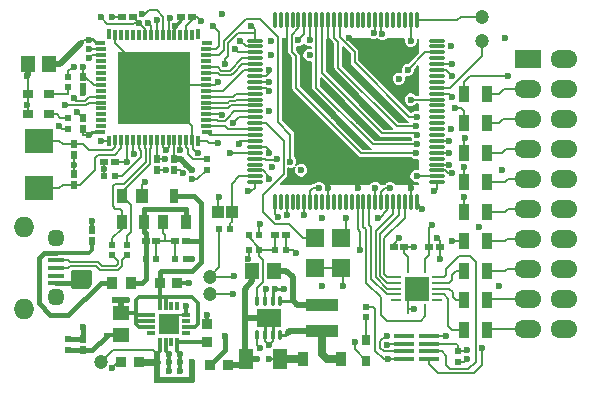
<source format=gtl>
G04 #@! TF.FileFunction,Copper,L1,Top,Signal*
%FSLAX46Y46*%
G04 Gerber Fmt 4.6, Leading zero omitted, Abs format (unit mm)*
G04 Created by KiCad (PCBNEW (after 2015-mar-04 BZR unknown)-product) date Thu 09 Apr 2015 03:29:38 PM EDT*
%MOMM*%
G01*
G04 APERTURE LIST*
%ADD10C,0.100000*%
%ADD11R,0.600000X0.650000*%
%ADD12O,0.300000X1.500000*%
%ADD13O,1.500000X0.300000*%
%ADD14R,0.800000X0.300000*%
%ADD15R,0.300000X0.800000*%
%ADD16R,1.800000X1.800000*%
%ADD17R,0.850000X0.280000*%
%ADD18R,0.280000X0.850000*%
%ADD19R,2.050000X2.050000*%
%ADD20R,0.300000X0.900000*%
%ADD21R,0.900000X0.300000*%
%ADD22R,6.150000X6.150000*%
%ADD23C,0.800000*%
%ADD24R,1.000000X1.000000*%
%ADD25O,0.300000X0.850000*%
%ADD26R,2.100000X1.600000*%
%ADD27R,0.900000X0.950000*%
%ADD28R,2.286000X1.524000*%
%ADD29O,2.286000X1.524000*%
%ADD30R,2.400000X2.000000*%
%ADD31R,0.899160X0.800100*%
%ADD32R,1.100000X1.300000*%
%ADD33R,0.900000X1.300000*%
%ADD34R,0.950000X1.000000*%
%ADD35R,1.350000X0.400000*%
%ADD36O,1.750000X1.750000*%
%ADD37O,1.450000X1.450000*%
%ADD38R,0.800000X1.300000*%
%ADD39R,1.600000X1.500000*%
%ADD40R,1.200000X1.800000*%
%ADD41R,0.900000X1.200000*%
%ADD42R,2.700000X1.000000*%
%ADD43R,1.727000X0.457000*%
%ADD44R,0.950000X1.450000*%
%ADD45R,0.600000X0.600000*%
%ADD46R,0.650000X0.600000*%
%ADD47R,1.450000X1.150000*%
%ADD48R,1.150000X1.450000*%
%ADD49R,0.800100X0.899160*%
%ADD50R,0.950000X0.900000*%
%ADD51C,1.200000*%
%ADD52C,0.600000*%
%ADD53C,0.400000*%
%ADD54C,0.200000*%
%ADD55C,0.300000*%
%ADD56C,0.250000*%
%ADD57C,0.500000*%
%ADD58C,0.600000*%
%ADD59C,0.180000*%
%ADD60C,0.700000*%
%ADD61C,0.254000*%
G04 APERTURE END LIST*
D10*
D11*
X112500000Y-101050000D03*
X112500000Y-101950000D03*
D12*
X122500000Y-104700000D03*
X123000000Y-104700000D03*
X123500000Y-104700000D03*
X124000000Y-104700000D03*
X124500000Y-104700000D03*
X125000000Y-104700000D03*
X125500000Y-104700000D03*
X126000000Y-104700000D03*
X126500000Y-104700000D03*
X127000000Y-104700000D03*
X127500000Y-104700000D03*
X128000000Y-104700000D03*
X128500000Y-104700000D03*
X129000000Y-104700000D03*
X129500000Y-104700000D03*
X130000000Y-104700000D03*
X130500000Y-104700000D03*
X131000000Y-104700000D03*
X131500000Y-104700000D03*
X132000000Y-104700000D03*
X132500000Y-104700000D03*
X133000000Y-104700000D03*
X133500000Y-104700000D03*
X134000000Y-104700000D03*
X134500000Y-104700000D03*
D13*
X136200000Y-103000000D03*
X136200000Y-102500000D03*
X136200000Y-102000000D03*
X136200000Y-101500000D03*
X136200000Y-101000000D03*
X136200000Y-100500000D03*
X136200000Y-100000000D03*
X136200000Y-99500000D03*
X136200000Y-99000000D03*
X136200000Y-98500000D03*
X136200000Y-98000000D03*
X136200000Y-97500000D03*
X136200000Y-97000000D03*
X136200000Y-96500000D03*
X136200000Y-96000000D03*
X136200000Y-95500000D03*
X136200000Y-95000000D03*
X136200000Y-94500000D03*
X136200000Y-94000000D03*
X136200000Y-93500000D03*
X136200000Y-93000000D03*
X136200000Y-92500000D03*
X136200000Y-92000000D03*
X136200000Y-91500000D03*
X136200000Y-91000000D03*
D12*
X134500000Y-89300000D03*
X134000000Y-89300000D03*
X133500000Y-89300000D03*
X133000000Y-89300000D03*
X132500000Y-89300000D03*
X132000000Y-89300000D03*
X131500000Y-89300000D03*
X131000000Y-89300000D03*
X130500000Y-89300000D03*
X130000000Y-89300000D03*
X129500000Y-89300000D03*
X129000000Y-89300000D03*
X128500000Y-89300000D03*
X128000000Y-89300000D03*
X127500000Y-89300000D03*
X127000000Y-89300000D03*
X126500000Y-89300000D03*
X126000000Y-89300000D03*
X125500000Y-89300000D03*
X125000000Y-89300000D03*
X124500000Y-89300000D03*
X124000000Y-89300000D03*
X123500000Y-89300000D03*
X123000000Y-89300000D03*
X122500000Y-89300000D03*
D13*
X120800000Y-91000000D03*
X120800000Y-91500000D03*
X120800000Y-92000000D03*
X120800000Y-92500000D03*
X120800000Y-93000000D03*
X120800000Y-93500000D03*
X120800000Y-94000000D03*
X120800000Y-94500000D03*
X120800000Y-95000000D03*
X120800000Y-95500000D03*
X120800000Y-96000000D03*
X120800000Y-96500000D03*
X120800000Y-97000000D03*
X120800000Y-97500000D03*
X120800000Y-98000000D03*
X120800000Y-98500000D03*
X120800000Y-99000000D03*
X120800000Y-99500000D03*
X120800000Y-100000000D03*
X120800000Y-100500000D03*
X120800000Y-101000000D03*
X120800000Y-101500000D03*
X120800000Y-102000000D03*
X120800000Y-102500000D03*
X120800000Y-103000000D03*
D14*
X112000000Y-114250000D03*
X112000000Y-114750000D03*
X112000000Y-115250000D03*
X112000000Y-115750000D03*
D15*
X112750000Y-116500000D03*
X113250000Y-116500000D03*
X113750000Y-116500000D03*
X114250000Y-116500000D03*
D14*
X115000000Y-115750000D03*
X115000000Y-115250000D03*
X115000000Y-114750000D03*
X115000000Y-114250000D03*
D15*
X114250000Y-113500000D03*
X113750000Y-113500000D03*
X113250000Y-113500000D03*
X112750000Y-113500000D03*
D16*
X113500000Y-115000000D03*
D17*
X132775000Y-111000000D03*
X132775000Y-111500000D03*
X132775000Y-112000000D03*
X132775000Y-112500000D03*
X132775000Y-113000000D03*
X136225000Y-113000000D03*
X136225000Y-112500000D03*
X136225000Y-112000000D03*
X136225000Y-111500000D03*
X136225000Y-111000000D03*
D18*
X133750000Y-113725000D03*
X135250000Y-113725000D03*
X135250000Y-110275000D03*
X133750000Y-110275000D03*
D19*
X134500000Y-112000000D03*
D20*
X108500000Y-99540000D03*
X109000000Y-99450000D03*
X109500000Y-99450000D03*
X110000000Y-99450000D03*
X110500000Y-99450000D03*
X111000000Y-99450000D03*
X111500000Y-99450000D03*
X112000000Y-99450000D03*
X112500000Y-99450000D03*
X113000000Y-99450000D03*
X113500000Y-99450000D03*
X114000000Y-99450000D03*
X114500000Y-99450000D03*
X115000000Y-99450000D03*
X115500000Y-99450000D03*
X116000000Y-99540000D03*
D21*
X116790000Y-98750000D03*
X116700000Y-98250000D03*
X116700000Y-97750000D03*
X116700000Y-97250000D03*
X116700000Y-96750000D03*
X116700000Y-96250000D03*
X116700000Y-95750000D03*
X116700000Y-95250000D03*
X116700000Y-94750000D03*
X116700000Y-94250000D03*
X116700000Y-93750000D03*
X116700000Y-93250000D03*
X116700000Y-92750000D03*
X116700000Y-92250000D03*
X116700000Y-91750000D03*
X116790000Y-91250000D03*
D20*
X116000000Y-90460000D03*
X115500000Y-90550000D03*
X115000000Y-90550000D03*
X114500000Y-90550000D03*
X114000000Y-90550000D03*
X113500000Y-90550000D03*
X113000000Y-90550000D03*
X112500000Y-90550000D03*
X112000000Y-90550000D03*
X111500000Y-90550000D03*
X111000000Y-90550000D03*
X110500000Y-90550000D03*
X110000000Y-90550000D03*
X109500000Y-90550000D03*
X109000000Y-90550000D03*
X108500000Y-90460000D03*
D21*
X107710000Y-91250000D03*
X107800000Y-91750000D03*
X107800000Y-92250000D03*
X107800000Y-92750000D03*
X107800000Y-93250000D03*
X107800000Y-93750000D03*
X107800000Y-94250000D03*
X107800000Y-94750000D03*
X107800000Y-95250000D03*
X107800000Y-95750000D03*
X107800000Y-96250000D03*
X107800000Y-96750000D03*
X107800000Y-97250000D03*
X107800000Y-97750000D03*
X107800000Y-98250000D03*
X107710000Y-98750000D03*
D22*
X112250000Y-95000000D03*
D23*
X110750000Y-96500000D03*
X110750000Y-93500000D03*
X113750000Y-93500000D03*
X113750000Y-96500000D03*
D24*
X118850000Y-105500000D03*
X117650000Y-105500000D03*
D25*
X122975000Y-113050000D03*
X122325000Y-113050000D03*
X121675000Y-113050000D03*
X121025000Y-113050000D03*
X121025000Y-115950000D03*
X121675000Y-115950000D03*
X122325000Y-115950000D03*
X122975000Y-115950000D03*
D26*
X122000000Y-114500000D03*
D27*
X117000000Y-118500000D03*
X118500000Y-118500000D03*
D28*
X143976000Y-92570000D03*
D29*
X143976000Y-95110000D03*
X143976000Y-97650000D03*
X143976000Y-100190000D03*
X143976000Y-102730000D03*
X143976000Y-105270000D03*
X143976000Y-107810000D03*
X143976000Y-110350000D03*
X143976000Y-112890000D03*
X143976000Y-115430000D03*
X147024000Y-92570000D03*
X147024000Y-95110000D03*
X147024000Y-97650000D03*
X147024000Y-100190000D03*
X147024000Y-102730000D03*
X147024000Y-105270000D03*
X147024000Y-107810000D03*
X147024000Y-110350000D03*
X147024000Y-112890000D03*
X147024000Y-115430000D03*
D30*
X102500000Y-99500000D03*
X102500000Y-103500000D03*
D31*
X101600840Y-95500000D03*
X103399160Y-95500000D03*
X101600840Y-97250000D03*
X103399160Y-97250000D03*
D32*
X111250000Y-104150000D03*
D33*
X109550000Y-104150000D03*
X109550000Y-106350000D03*
X111450000Y-106350000D03*
D34*
X108700000Y-111500000D03*
X110300000Y-111500000D03*
D35*
X104000000Y-108950000D03*
X104000000Y-109600000D03*
X104000000Y-110250000D03*
X104000000Y-110900000D03*
X104000000Y-111550000D03*
D36*
X101300000Y-106750000D03*
X101300000Y-113750000D03*
D37*
X104000000Y-107750000D03*
X104000000Y-112750000D03*
D33*
X113050000Y-106350000D03*
X114950000Y-106350000D03*
D38*
X114000000Y-104150000D03*
D39*
X128100000Y-110270000D03*
X128100000Y-107730000D03*
X125900000Y-107730000D03*
X125900000Y-110270000D03*
D40*
X122950000Y-118000000D03*
X120050000Y-118000000D03*
D41*
X124900000Y-118000000D03*
X128100000Y-118000000D03*
D42*
X126500000Y-115600000D03*
X126500000Y-113400000D03*
D43*
X135554000Y-117975000D03*
X135554000Y-117325000D03*
X135554000Y-116675000D03*
X135554000Y-116025000D03*
X133446000Y-116025000D03*
X133446000Y-116675000D03*
X133446000Y-117325000D03*
X133446000Y-117975000D03*
D44*
X140500000Y-95500000D03*
X138500000Y-95500000D03*
X140500000Y-98000000D03*
X138500000Y-98000000D03*
X140500000Y-100500000D03*
X138500000Y-100500000D03*
X140500000Y-103000000D03*
X138500000Y-103000000D03*
X140500000Y-105500000D03*
X138500000Y-105500000D03*
X140500000Y-108000000D03*
X138500000Y-108000000D03*
X140500000Y-110500000D03*
X138500000Y-110500000D03*
X140500000Y-113000000D03*
X138500000Y-113000000D03*
X140500000Y-115500000D03*
X138500000Y-115500000D03*
D45*
X105000000Y-94050000D03*
X105000000Y-94950000D03*
X105000000Y-98450000D03*
X105000000Y-97550000D03*
D46*
X110450000Y-89000000D03*
X109550000Y-89000000D03*
X114550000Y-89000000D03*
X115450000Y-89000000D03*
D11*
X106250000Y-94050000D03*
X106250000Y-94950000D03*
X106250000Y-98450000D03*
X106250000Y-97550000D03*
X114000000Y-101050000D03*
X114000000Y-101950000D03*
D27*
X111000000Y-118250000D03*
X109500000Y-118250000D03*
D45*
X120300000Y-107500000D03*
X121200000Y-107500000D03*
D11*
X105500000Y-99800000D03*
X105500000Y-100700000D03*
X105500000Y-103200000D03*
X105500000Y-102300000D03*
D46*
X108950000Y-101250000D03*
X108050000Y-101250000D03*
D45*
X108950000Y-102500000D03*
X108050000Y-102500000D03*
X116750000Y-101050000D03*
X116750000Y-101950000D03*
D11*
X106250000Y-116300000D03*
X106250000Y-117200000D03*
X107000000Y-107950000D03*
X107000000Y-107050000D03*
D45*
X108750000Y-108300000D03*
X108750000Y-109200000D03*
X110000000Y-108300000D03*
X110000000Y-109200000D03*
X105000000Y-116300000D03*
X105000000Y-117200000D03*
D47*
X109500000Y-114100000D03*
X109500000Y-115900000D03*
D48*
X103400000Y-93000000D03*
X101600000Y-93000000D03*
D46*
X111550000Y-108000000D03*
X112450000Y-108000000D03*
D45*
X111550000Y-109500000D03*
X112450000Y-109500000D03*
D46*
X114950000Y-108000000D03*
X114050000Y-108000000D03*
D45*
X114050000Y-109500000D03*
X114950000Y-109500000D03*
D46*
X133450000Y-108500000D03*
X132550000Y-108500000D03*
X135550000Y-108500000D03*
X136450000Y-108500000D03*
D45*
X123450000Y-108750000D03*
X122550000Y-108750000D03*
X121200000Y-108750000D03*
X120300000Y-108750000D03*
D48*
X122400000Y-110500000D03*
X120600000Y-110500000D03*
D45*
X138000000Y-118200000D03*
X138000000Y-117300000D03*
D49*
X130250000Y-118149160D03*
X130250000Y-116350840D03*
D45*
X130250000Y-113550000D03*
X130250000Y-114450000D03*
D27*
X112750000Y-111500000D03*
X114250000Y-111500000D03*
D46*
X123450000Y-107500000D03*
X122550000Y-107500000D03*
D50*
X116750000Y-116500000D03*
X116750000Y-115000000D03*
D51*
X140000000Y-89000000D03*
X140000000Y-91000000D03*
D45*
X117800000Y-107000000D03*
X118700000Y-107000000D03*
D51*
X107750000Y-118250000D03*
X117000000Y-111000000D03*
X117000000Y-112500000D03*
D52*
X122510003Y-112020019D03*
X123250000Y-112020019D03*
X110000000Y-113000000D03*
X109000000Y-113000000D03*
X117689990Y-94500000D03*
X127800000Y-95900000D03*
X125400000Y-97000000D03*
X131600000Y-97900000D03*
X129200000Y-93700000D03*
X126750000Y-102000000D03*
X127500000Y-97400000D03*
X128300000Y-94600000D03*
X132200000Y-96700000D03*
X129600000Y-97800000D03*
X122600000Y-114900000D03*
X122600000Y-114100000D03*
X121400000Y-114900000D03*
X121400000Y-114100000D03*
X114000000Y-115500000D03*
X113000000Y-115500000D03*
X114000000Y-114500000D03*
X113000000Y-114500000D03*
X120250000Y-109500002D03*
X131250000Y-106000000D03*
X134000000Y-103500000D03*
X135000000Y-105250000D03*
X137250000Y-101500000D03*
X128810020Y-90750000D03*
X127287506Y-92250000D03*
X123379989Y-91000000D03*
X122189990Y-91000000D03*
X122010010Y-93500000D03*
X122010010Y-97000000D03*
X118739998Y-100500000D03*
X137500000Y-95750000D03*
X127000000Y-103500000D03*
X129500000Y-103489990D03*
X137410010Y-91500000D03*
X123500000Y-105750000D03*
X126500000Y-106000000D03*
X128500000Y-106000000D03*
X137410026Y-98500000D03*
X116250000Y-89310010D03*
X107750000Y-99500000D03*
X110560010Y-100570233D03*
X114500000Y-96500000D03*
X115250000Y-111500000D03*
X108250000Y-116000010D03*
X108750000Y-118750000D03*
X115500000Y-109500000D03*
X105750000Y-111500000D03*
X105750000Y-110750000D03*
X106500000Y-111500000D03*
X106500000Y-110750000D03*
X108000000Y-101900000D03*
X116750000Y-114250000D03*
X115000000Y-113500000D03*
X107000000Y-106250000D03*
X106228782Y-95479231D03*
X105734764Y-97022280D03*
X105500000Y-101500000D03*
X108750000Y-89000000D03*
X106750000Y-92510005D03*
X101500000Y-94000000D03*
X101500000Y-96500000D03*
X132000000Y-115989997D03*
X133000000Y-107750000D03*
X136250000Y-107750000D03*
X136500000Y-109500000D03*
X134250000Y-113750000D03*
X134500000Y-112000000D03*
X117750000Y-104250000D03*
X133000000Y-95250000D03*
X111500000Y-103000000D03*
X122000000Y-116750000D03*
X120000000Y-113000000D03*
X120000000Y-113750000D03*
X120000000Y-114500000D03*
X120000000Y-115250000D03*
X120000000Y-116000000D03*
X120000000Y-116750000D03*
X121000000Y-118000000D03*
X139750000Y-106750000D03*
X141750000Y-102000000D03*
X129250000Y-116500000D03*
X126500000Y-111750000D03*
X122250000Y-101750000D03*
X138750000Y-117239997D03*
X130810020Y-101750000D03*
X114499111Y-100250444D03*
X113250132Y-100240065D03*
X116000000Y-100500000D03*
X113250000Y-102000000D03*
X114747947Y-102252053D03*
X115500000Y-102760003D03*
X137250000Y-100500000D03*
X132250000Y-103500000D03*
X136000000Y-103750000D03*
X137500000Y-93000000D03*
X131613316Y-90439991D03*
X125439990Y-92250000D03*
X122189990Y-92250000D03*
X122000444Y-94500889D03*
X122007963Y-100549926D03*
X121999556Y-102749111D03*
X124939990Y-105750000D03*
X124750000Y-102000000D03*
X111000000Y-89500000D03*
X110000000Y-101250000D03*
X117250000Y-89750000D03*
X112500000Y-117500000D03*
X112500000Y-118250000D03*
X112500000Y-119000000D03*
X115500000Y-118260010D03*
X115500000Y-119000000D03*
X106750000Y-91750002D03*
X134250000Y-108500000D03*
X107750000Y-89000000D03*
X133000000Y-94250000D03*
X106258319Y-93250554D03*
X128250000Y-111750000D03*
X118000000Y-97289980D03*
X113239998Y-101000000D03*
X112500000Y-119750000D03*
X115500000Y-119750000D03*
X106250000Y-115250000D03*
X106750000Y-99000000D03*
X114060005Y-89742922D03*
X106750000Y-90989987D03*
X115500000Y-102000000D03*
X134499210Y-99035805D03*
X138500000Y-101750000D03*
X134500000Y-97500000D03*
X137750000Y-96750000D03*
X134491773Y-98264782D03*
X138565776Y-99248084D03*
X137500000Y-108000000D03*
X134439980Y-100555807D03*
X121250000Y-117000000D03*
X122764130Y-105939996D03*
X122000000Y-118000000D03*
X132056868Y-117975000D03*
X137000000Y-116000000D03*
X124250000Y-109000000D03*
X105500000Y-95900000D03*
X105500000Y-93200000D03*
X104250000Y-98250000D03*
X104750000Y-96500000D03*
X131000000Y-103500000D03*
X137500000Y-94000000D03*
X125439990Y-90928005D03*
X114500000Y-117500000D03*
X114500000Y-118250000D03*
X114500000Y-119000000D03*
X119000000Y-112500000D03*
X119500000Y-99750000D03*
X137250000Y-99500000D03*
X130854566Y-90396396D03*
X121999994Y-95260890D03*
X126239997Y-103500000D03*
X113500000Y-117500000D03*
X113500000Y-118250000D03*
X113500000Y-119000000D03*
X119031245Y-110968755D03*
X118239980Y-115997386D03*
X121250000Y-106500000D03*
X121750000Y-112020019D03*
X117672568Y-99672568D03*
X118966042Y-97964506D03*
X123810020Y-101250000D03*
X122689990Y-101000000D03*
X119589990Y-91000000D03*
X120250000Y-103750000D03*
X120499551Y-89749102D03*
X118250000Y-93010018D03*
X119110019Y-91760022D03*
X134500000Y-102500000D03*
X134000000Y-96000000D03*
X133750000Y-93500000D03*
X134000000Y-91000000D03*
X135834502Y-106607492D03*
X137500000Y-102250000D03*
X140060010Y-117000000D03*
X142250000Y-94000000D03*
X134500050Y-99795806D03*
X138500000Y-104250000D03*
X132000000Y-116750000D03*
X129689990Y-108750000D03*
X138750000Y-118000000D03*
X113655396Y-89099575D03*
X111240115Y-88736115D03*
X118000000Y-88750000D03*
X112500000Y-89250000D03*
X111775988Y-89484015D03*
X124500000Y-90989998D03*
X142000000Y-90750000D03*
X141500000Y-111750000D03*
D53*
X111500000Y-105250000D02*
X111450000Y-105300000D01*
X111450000Y-105300000D02*
X111450000Y-106350000D01*
X114900000Y-105250000D02*
X111500000Y-105250000D01*
X114950000Y-105300000D02*
X114900000Y-105250000D01*
X114950000Y-106350000D02*
X114950000Y-105300000D01*
X111450000Y-106350000D02*
X111450000Y-107200000D01*
X111550000Y-107300000D02*
X111550000Y-108000000D01*
X111450000Y-107200000D02*
X111550000Y-107300000D01*
X111550000Y-108000000D02*
X111550000Y-109500000D01*
X111550000Y-109500000D02*
X111550000Y-111200000D01*
X111250000Y-111500000D02*
X110300000Y-111500000D01*
X111550000Y-111200000D02*
X111250000Y-111500000D01*
D54*
X112450000Y-108000000D02*
X112450000Y-109500000D01*
X114050000Y-108000000D02*
X114050000Y-109500000D01*
X113239575Y-108000000D02*
X113239575Y-107489575D01*
X112450000Y-108000000D02*
X113239575Y-108000000D01*
X113239575Y-108000000D02*
X114050000Y-108000000D01*
X113050000Y-107300000D02*
X113050000Y-106350000D01*
X113239575Y-107489575D02*
X113050000Y-107300000D01*
D55*
X112000000Y-115250000D02*
X111000000Y-115250000D01*
X111000000Y-115250000D02*
X110750000Y-115000000D01*
X110812552Y-114750000D02*
X110750000Y-114687448D01*
X112000000Y-114750000D02*
X110812552Y-114750000D01*
X110750000Y-114687448D02*
X110750000Y-114250000D01*
X110750000Y-115000000D02*
X110750000Y-114687448D01*
X110600000Y-114100000D02*
X109500000Y-114100000D01*
X110750000Y-114250000D02*
X110600000Y-114100000D01*
X112000000Y-114250000D02*
X110750000Y-114250000D01*
X112750000Y-112800000D02*
X112700000Y-112750000D01*
X112750000Y-113500000D02*
X112750000Y-112800000D01*
X110750000Y-113000000D02*
X110750000Y-114687448D01*
X111000000Y-112750000D02*
X110750000Y-113000000D01*
X113250000Y-112800000D02*
X113200000Y-112750000D01*
X113250000Y-113500000D02*
X113250000Y-112800000D01*
X113200000Y-112750000D02*
X112231295Y-112750000D01*
X112231295Y-112750000D02*
X111000000Y-112750000D01*
X112700000Y-112750000D02*
X112231295Y-112750000D01*
X112750000Y-112700000D02*
X112750000Y-111500000D01*
X112700000Y-112750000D02*
X112750000Y-112700000D01*
D53*
X112750000Y-110625000D02*
X112750000Y-111500000D01*
X112875000Y-110500000D02*
X112750000Y-110625000D01*
X115476802Y-110500000D02*
X112875000Y-110500000D01*
X116250000Y-109726802D02*
X115476802Y-110500000D01*
X115650000Y-104150000D02*
X116250000Y-104750000D01*
X114000000Y-104150000D02*
X115650000Y-104150000D01*
X116235209Y-108000000D02*
X116250000Y-107985209D01*
X114950000Y-108000000D02*
X116235209Y-108000000D01*
X116250000Y-107985209D02*
X116250000Y-109726802D01*
X116250000Y-104750000D02*
X116250000Y-107985209D01*
D56*
X122325000Y-112205022D02*
X122510003Y-112020019D01*
X122325000Y-113050000D02*
X122325000Y-112205022D01*
D55*
X115964999Y-113214999D02*
X115500000Y-112750000D01*
X115964999Y-114985001D02*
X115964999Y-113214999D01*
X115500000Y-112750000D02*
X113200000Y-112750000D01*
X115700000Y-115250000D02*
X115964999Y-114985001D01*
X115000000Y-115250000D02*
X115700000Y-115250000D01*
D56*
X122510003Y-112020019D02*
X123250000Y-112020019D01*
D57*
X109525000Y-113000000D02*
X109539405Y-113000000D01*
X109500000Y-113025000D02*
X109525000Y-113000000D01*
X109500000Y-114100000D02*
X109500000Y-113025000D01*
X109539405Y-113000000D02*
X110000000Y-113000000D01*
X109000000Y-113000000D02*
X109539405Y-113000000D01*
D54*
X116700000Y-94750000D02*
X117439990Y-94750000D01*
X117439990Y-94750000D02*
X117689990Y-94500000D01*
X122000000Y-114500000D02*
X122200000Y-114500000D01*
X122200000Y-114500000D02*
X122600000Y-114900000D01*
X122200000Y-114500000D02*
X122600000Y-114100000D01*
X122000000Y-114500000D02*
X121800000Y-114500000D01*
X121800000Y-114500000D02*
X121400000Y-114900000D01*
X121800000Y-114500000D02*
X121400000Y-114100000D01*
X115000000Y-114250000D02*
X114250000Y-114250000D01*
X114250000Y-114250000D02*
X114000000Y-114500000D01*
X114000000Y-114500000D02*
X113500000Y-115000000D01*
X113500000Y-115000000D02*
X114000000Y-115500000D01*
X113500000Y-115000000D02*
X113000000Y-115500000D01*
X113500000Y-115000000D02*
X114000000Y-114500000D01*
X113500000Y-115000000D02*
X113000000Y-114500000D01*
X120300000Y-109450002D02*
X120250000Y-109500002D01*
X120300000Y-108750000D02*
X120300000Y-109450002D01*
X131379841Y-106000000D02*
X131250000Y-106000000D01*
X132000000Y-105379841D02*
X131379841Y-106000000D01*
X132000000Y-104700000D02*
X132000000Y-105379841D01*
X134000000Y-104700000D02*
X134000000Y-103500000D01*
X134500000Y-104750000D02*
X135000000Y-105250000D01*
X134500000Y-104700000D02*
X134500000Y-104750000D01*
X136200000Y-101500000D02*
X137250000Y-101500000D01*
X127000000Y-91962494D02*
X127287506Y-92250000D01*
X127000000Y-89300000D02*
X127000000Y-91962494D01*
X123500000Y-90879989D02*
X123379989Y-91000000D01*
X123500000Y-89300000D02*
X123500000Y-90879989D01*
X120800000Y-94000000D02*
X121750000Y-94000000D01*
X122010010Y-93739990D02*
X122010010Y-93500000D01*
X121750000Y-94000000D02*
X122010010Y-93739990D01*
X120800000Y-100500000D02*
X118739998Y-100500000D01*
X136200000Y-95500000D02*
X137250000Y-95500000D01*
X137250000Y-95500000D02*
X137500000Y-95750000D01*
X127000000Y-104700000D02*
X127000000Y-103500000D01*
X129500000Y-103489990D02*
X129500000Y-103500000D01*
X123500000Y-105750000D02*
X123500000Y-104700000D01*
X115939990Y-89000000D02*
X116250000Y-89310010D01*
X115450000Y-89000000D02*
X115939990Y-89000000D01*
X115500000Y-98250000D02*
X112250000Y-95000000D01*
X115500000Y-99450000D02*
X115500000Y-98250000D01*
X107790000Y-99540000D02*
X107750000Y-99500000D01*
X108500000Y-99540000D02*
X107790000Y-99540000D01*
X110500000Y-100510223D02*
X110560010Y-100570233D01*
X110500000Y-99450000D02*
X110500000Y-100510223D01*
X114500000Y-96500000D02*
X113750000Y-96500000D01*
D55*
X114250000Y-111500000D02*
X115250000Y-111500000D01*
X109500000Y-115900000D02*
X108350010Y-115900000D01*
X108350010Y-115900000D02*
X108250000Y-116000010D01*
D54*
X109250000Y-118250000D02*
X108750000Y-118750000D01*
X109500000Y-118250000D02*
X109250000Y-118250000D01*
X114950000Y-109500000D02*
X115500000Y-109500000D01*
D53*
X105000000Y-117200000D02*
X106250000Y-117200000D01*
X107050010Y-117200000D02*
X108250000Y-116000010D01*
X106250000Y-117200000D02*
X107050010Y-117200000D01*
X105700000Y-111550000D02*
X105750000Y-111500000D01*
X104000000Y-111550000D02*
X105700000Y-111550000D01*
X105750000Y-111500000D02*
X105750000Y-110750000D01*
X105750000Y-111500000D02*
X106500000Y-111500000D01*
X106500000Y-111500000D02*
X106500000Y-110750000D01*
D54*
X108050000Y-101850000D02*
X108000000Y-101900000D01*
X108050000Y-101250000D02*
X108050000Y-101850000D01*
X108050000Y-101950000D02*
X108000000Y-101900000D01*
X108050000Y-102500000D02*
X108050000Y-101950000D01*
D56*
X121675000Y-114825000D02*
X122000000Y-114500000D01*
X121675000Y-115950000D02*
X121675000Y-114825000D01*
X122325000Y-114825000D02*
X122000000Y-114500000D01*
X122325000Y-115950000D02*
X122325000Y-114825000D01*
D57*
X119550000Y-118500000D02*
X120050000Y-118000000D01*
X118500000Y-118500000D02*
X119550000Y-118500000D01*
D55*
X116750000Y-115000000D02*
X116750000Y-114250000D01*
X115000000Y-114250000D02*
X115000000Y-113500000D01*
X107000000Y-107050000D02*
X107000000Y-106250000D01*
D54*
X106245769Y-95479231D02*
X106228782Y-95479231D01*
X106250000Y-95475000D02*
X106245769Y-95479231D01*
X106250000Y-94950000D02*
X106250000Y-95475000D01*
X106250000Y-97525000D02*
X105747280Y-97022280D01*
X106250000Y-97550000D02*
X106250000Y-97525000D01*
X105747280Y-97022280D02*
X105734764Y-97022280D01*
X105500000Y-100700000D02*
X105500000Y-101500000D01*
X105500000Y-102300000D02*
X105500000Y-101500000D01*
X109550000Y-89000000D02*
X108750000Y-89000000D01*
X107010005Y-92250000D02*
X106750000Y-92510005D01*
X107800000Y-92250000D02*
X107010005Y-92250000D01*
D57*
X101600000Y-93900000D02*
X101500000Y-94000000D01*
X101600000Y-93000000D02*
X101600000Y-93900000D01*
D54*
X101600840Y-96399160D02*
X101500000Y-96500000D01*
X101600840Y-95500000D02*
X101600840Y-96399160D01*
X101600840Y-96600840D02*
X101500000Y-96500000D01*
X101600840Y-97250000D02*
X101600840Y-96600840D01*
X101600840Y-94100840D02*
X101500000Y-94000000D01*
X101600840Y-95500000D02*
X101600840Y-94100840D01*
X115000000Y-90550000D02*
X115000000Y-89750000D01*
X115450000Y-89300000D02*
X115450000Y-89000000D01*
X115000000Y-89750000D02*
X115450000Y-89300000D01*
X131746198Y-117325000D02*
X131439999Y-117018801D01*
X133446000Y-117325000D02*
X131746198Y-117325000D01*
X131439999Y-116481199D02*
X131931201Y-115989997D01*
X131931201Y-115989997D02*
X132000000Y-115989997D01*
X131439999Y-117018801D02*
X131439999Y-116481199D01*
X132550000Y-108200000D02*
X133000000Y-107750000D01*
X132550000Y-108500000D02*
X132550000Y-108200000D01*
X136450000Y-107950000D02*
X136250000Y-107750000D01*
X136450000Y-108500000D02*
X136450000Y-107950000D01*
X136500000Y-108550000D02*
X136450000Y-108500000D01*
X136500000Y-109500000D02*
X136500000Y-108550000D01*
X134225000Y-113725000D02*
X134250000Y-113750000D01*
X133750000Y-113725000D02*
X134225000Y-113725000D01*
X133750000Y-112750000D02*
X134500000Y-112000000D01*
X133750000Y-113725000D02*
X133750000Y-112750000D01*
X128500000Y-107330000D02*
X128100000Y-107730000D01*
X128500000Y-106000000D02*
X128500000Y-107330000D01*
X117650000Y-104350000D02*
X117750000Y-104250000D01*
X117650000Y-105500000D02*
X117650000Y-104350000D01*
X112250000Y-94450000D02*
X112250000Y-95000000D01*
X109000000Y-91200000D02*
X112250000Y-94450000D01*
X109000000Y-90550000D02*
X109000000Y-91200000D01*
X111250000Y-103250000D02*
X111500000Y-103000000D01*
X111250000Y-104150000D02*
X111250000Y-103250000D01*
X121675000Y-116425000D02*
X122000000Y-116750000D01*
X121675000Y-115950000D02*
X121675000Y-116425000D01*
X122325000Y-116425000D02*
X122000000Y-116750000D01*
X122325000Y-115950000D02*
X122325000Y-116425000D01*
D57*
X120600000Y-110500000D02*
X120600000Y-111400000D01*
X120000000Y-112000000D02*
X120000000Y-113000000D01*
X120600000Y-111400000D02*
X120000000Y-112000000D01*
X120000000Y-113000000D02*
X120000000Y-113750000D01*
X120000000Y-113750000D02*
X120000000Y-114500000D01*
X120000000Y-114500000D02*
X120000000Y-115250000D01*
X120000000Y-115250000D02*
X120000000Y-116000000D01*
X120000000Y-114500000D02*
X122000000Y-114500000D01*
X120000000Y-116000000D02*
X120000000Y-116750000D01*
X120000000Y-117950000D02*
X120050000Y-118000000D01*
X120000000Y-116750000D02*
X120000000Y-117950000D01*
X120050000Y-118000000D02*
X121000000Y-118000000D01*
D54*
X129250000Y-117099630D02*
X129250000Y-116500000D01*
X130250000Y-118099630D02*
X129250000Y-117099630D01*
X130250000Y-118149160D02*
X130250000Y-118099630D01*
X112500000Y-94750000D02*
X112250000Y-95000000D01*
X116700000Y-94750000D02*
X112500000Y-94750000D01*
X137875000Y-116675000D02*
X137258446Y-116675000D01*
X138000000Y-117300000D02*
X138000000Y-116800000D01*
X138000000Y-116800000D02*
X137875000Y-116675000D01*
X137258446Y-116675000D02*
X137375000Y-116675000D01*
X135554000Y-116675000D02*
X137258446Y-116675000D01*
X138689997Y-117300000D02*
X138750000Y-117239997D01*
X138000000Y-117300000D02*
X138689997Y-117300000D01*
X114500000Y-100249555D02*
X114499111Y-100250444D01*
X114500000Y-99450000D02*
X114500000Y-100249555D01*
X113000000Y-99989933D02*
X113250132Y-100240065D01*
X113000000Y-99450000D02*
X113000000Y-99989933D01*
X113500000Y-99990197D02*
X113250132Y-100240065D01*
X113500000Y-99450000D02*
X113500000Y-99990197D01*
X115891998Y-100500000D02*
X116000000Y-100500000D01*
X115589999Y-100198001D02*
X115891998Y-100500000D01*
X115589999Y-99539999D02*
X115589999Y-100198001D01*
X115500000Y-99450000D02*
X115589999Y-99539999D01*
X113200000Y-101950000D02*
X113250000Y-102000000D01*
X112500000Y-101950000D02*
X113200000Y-101950000D01*
X114445894Y-101950000D02*
X114747947Y-102252053D01*
X114000000Y-101950000D02*
X114445894Y-101950000D01*
X116750000Y-101950000D02*
X115939997Y-102760003D01*
X115939997Y-102760003D02*
X115500000Y-102760003D01*
D57*
X112500000Y-117500000D02*
X112500000Y-119750000D01*
X115500000Y-119750000D02*
X115500000Y-118250000D01*
X115500000Y-118250000D02*
X115500000Y-118260010D01*
D54*
X137250000Y-100500000D02*
X136200000Y-100500000D01*
X131825736Y-103500000D02*
X131500000Y-103825736D01*
X131500000Y-103825736D02*
X131500000Y-104700000D01*
X132250000Y-103500000D02*
X131825736Y-103500000D01*
X136200000Y-103550000D02*
X136000000Y-103750000D01*
X136200000Y-103000000D02*
X136200000Y-103550000D01*
X137500000Y-93000000D02*
X136200000Y-93000000D01*
X131500000Y-90326675D02*
X131613316Y-90439991D01*
X131500000Y-89300000D02*
X131500000Y-90326675D01*
X125439990Y-92250000D02*
X125500000Y-92250000D01*
X120800889Y-94500889D02*
X120800000Y-94500000D01*
X122000444Y-94500889D02*
X120800889Y-94500889D01*
X122007963Y-100257963D02*
X122007963Y-100549926D01*
X121750000Y-100000000D02*
X122007963Y-100257963D01*
X120800000Y-100000000D02*
X121750000Y-100000000D01*
X125000000Y-105689990D02*
X124939990Y-105750000D01*
X125000000Y-104700000D02*
X125000000Y-105689990D01*
X111500000Y-90000000D02*
X111000000Y-89500000D01*
X111500000Y-90550000D02*
X111500000Y-90000000D01*
X110000000Y-99450000D02*
X110000000Y-101250000D01*
X110000000Y-101250000D02*
X108950000Y-101250000D01*
X107150000Y-94750000D02*
X107800000Y-94750000D01*
X106450000Y-94050000D02*
X107150000Y-94750000D01*
X106250000Y-94050000D02*
X106450000Y-94050000D01*
X110500000Y-89000000D02*
X111000000Y-89500000D01*
X110450000Y-89000000D02*
X110500000Y-89000000D01*
D55*
X112750000Y-117250000D02*
X112500000Y-117500000D01*
X112750000Y-116500000D02*
X112750000Y-117250000D01*
D58*
X111000000Y-118250000D02*
X112500000Y-118250000D01*
D54*
X108349999Y-117650001D02*
X107750000Y-118250000D01*
X108799999Y-117200001D02*
X108349999Y-117650001D01*
X112200001Y-117200001D02*
X108799999Y-117200001D01*
X112500000Y-117500000D02*
X112200001Y-117200001D01*
X107800000Y-91750000D02*
X106750002Y-91750000D01*
X106750002Y-91750000D02*
X106750000Y-91750002D01*
X133750000Y-110275000D02*
X133750000Y-109250000D01*
X133450000Y-109000000D02*
X133450000Y-108500000D01*
X133700000Y-109250000D02*
X133450000Y-109000000D01*
X133750000Y-109250000D02*
X133700000Y-109250000D01*
X133450000Y-108500000D02*
X134250000Y-108500000D01*
X125900000Y-110270000D02*
X128100000Y-110270000D01*
X108310001Y-89560001D02*
X107750000Y-89000000D01*
X110515735Y-89560001D02*
X108310001Y-89560001D01*
X110575736Y-89500000D02*
X110515735Y-89560001D01*
X111000000Y-89500000D02*
X110575736Y-89500000D01*
X106250000Y-93258873D02*
X106258319Y-93250554D01*
X106250000Y-94050000D02*
X106250000Y-93258873D01*
X128250000Y-110420000D02*
X128100000Y-110270000D01*
X128250000Y-111750000D02*
X128250000Y-110420000D01*
X117750000Y-90250000D02*
X117250000Y-89750000D01*
X117750000Y-91500000D02*
X117750000Y-90250000D01*
X117500000Y-91750000D02*
X117750000Y-91500000D01*
X116700000Y-91750000D02*
X117500000Y-91750000D01*
X120800000Y-102000000D02*
X121479841Y-102000000D01*
X121999556Y-102519715D02*
X121999556Y-102749111D01*
X121479841Y-102000000D02*
X121999556Y-102519715D01*
X116700000Y-97250000D02*
X117960020Y-97250000D01*
X117960020Y-97250000D02*
X118000000Y-97289980D01*
X112500000Y-101050000D02*
X112500000Y-99450000D01*
X113189998Y-101050000D02*
X113239998Y-101000000D01*
X112500000Y-101050000D02*
X113189998Y-101050000D01*
D57*
X112500000Y-119750000D02*
X115500000Y-119750000D01*
D53*
X105000000Y-116300000D02*
X106250000Y-116300000D01*
X106250000Y-116300000D02*
X106250000Y-115250000D01*
X102925000Y-108950000D02*
X104000000Y-108950000D01*
X102500000Y-109375000D02*
X102925000Y-108950000D01*
X102500000Y-113250000D02*
X102500000Y-109375000D01*
X105000000Y-114250000D02*
X103500000Y-114250000D01*
X107750000Y-111500000D02*
X105000000Y-114250000D01*
X103500000Y-114250000D02*
X102500000Y-113250000D01*
X108700000Y-111500000D02*
X107750000Y-111500000D01*
D55*
X104000000Y-108950000D02*
X106800000Y-108950000D01*
X107000000Y-108750000D02*
X107000000Y-107950000D01*
X106800000Y-108950000D02*
X107000000Y-108750000D01*
D56*
X107000000Y-98750000D02*
X106750000Y-99000000D01*
X107710000Y-98750000D02*
X107000000Y-98750000D01*
X114550000Y-89252927D02*
X114060005Y-89742922D01*
X114550000Y-89000000D02*
X114550000Y-89252927D01*
X114000000Y-89802927D02*
X114060005Y-89742922D01*
X114000000Y-90550000D02*
X114000000Y-89802927D01*
D54*
X106250000Y-98975000D02*
X106275000Y-99000000D01*
X106250000Y-98450000D02*
X106250000Y-98975000D01*
X106275000Y-99000000D02*
X106750000Y-99000000D01*
D56*
X107010000Y-90850000D02*
X106889987Y-90850000D01*
X106889987Y-90850000D02*
X106750000Y-90989987D01*
X107410000Y-91250000D02*
X107010000Y-90850000D01*
X107710000Y-91250000D02*
X107410000Y-91250000D01*
D54*
X106325736Y-90989987D02*
X106065723Y-91250000D01*
X106750000Y-90989987D02*
X106325736Y-90989987D01*
D57*
X104315723Y-93000000D02*
X106065723Y-91250000D01*
X103400000Y-93000000D02*
X104315723Y-93000000D01*
X115000000Y-101500000D02*
X115500000Y-102000000D01*
X114550000Y-101050000D02*
X115000000Y-101500000D01*
X114000000Y-101050000D02*
X114550000Y-101050000D01*
D54*
X114000000Y-100525000D02*
X114000000Y-101050000D01*
X113939110Y-100464110D02*
X114000000Y-100525000D01*
X113939110Y-99981643D02*
X113939110Y-100464110D01*
X114000000Y-99920753D02*
X113939110Y-99981643D01*
X114000000Y-99450000D02*
X114000000Y-99920753D01*
X106250000Y-99800000D02*
X105500000Y-99800000D01*
X109000000Y-100050000D02*
X108750000Y-100300000D01*
X109000000Y-99450000D02*
X109000000Y-100050000D01*
X106750000Y-100300000D02*
X106250000Y-99800000D01*
X108750000Y-100300000D02*
X106750000Y-100300000D01*
X105500000Y-99800000D02*
X104550000Y-99800000D01*
X104250000Y-99500000D02*
X102500000Y-99500000D01*
X104550000Y-99800000D02*
X104250000Y-99500000D01*
X109500000Y-99450000D02*
X109500000Y-100100000D01*
X106000000Y-103200000D02*
X105500000Y-103200000D01*
X109500000Y-100100000D02*
X108939990Y-100660010D01*
X108939990Y-100660010D02*
X107546988Y-100660010D01*
X107546988Y-100660010D02*
X107250000Y-100956998D01*
X107250000Y-100956998D02*
X107250000Y-101950000D01*
X107250000Y-101950000D02*
X106000000Y-103200000D01*
X102500000Y-103500000D02*
X104250000Y-103500000D01*
X104550000Y-103200000D02*
X105500000Y-103200000D01*
X104250000Y-103500000D02*
X104550000Y-103200000D01*
X105000000Y-95450000D02*
X105000000Y-94950000D01*
X104950000Y-95500000D02*
X105000000Y-95450000D01*
X103399160Y-95500000D02*
X104950000Y-95500000D01*
X104348740Y-97550000D02*
X105000000Y-97550000D01*
X104048740Y-97250000D02*
X104348740Y-97550000D01*
X103399160Y-97250000D02*
X104048740Y-97250000D01*
D59*
X108750000Y-108300000D02*
X108750000Y-107750000D01*
X109550000Y-106950000D02*
X109550000Y-106350000D01*
X108750000Y-107750000D02*
X109550000Y-106950000D01*
X111570000Y-100195000D02*
X111500000Y-100125000D01*
X108800000Y-105050000D02*
X108800000Y-103300000D01*
X109000000Y-105250000D02*
X108800000Y-105050000D01*
X109400000Y-105250000D02*
X109000000Y-105250000D01*
X111570000Y-101280000D02*
X111570000Y-100195000D01*
X109550000Y-106350000D02*
X109550000Y-105400000D01*
X109550000Y-105400000D02*
X109400000Y-105250000D01*
X108950000Y-103150000D02*
X109700000Y-103150000D01*
X109700000Y-103150000D02*
X111570000Y-101280000D01*
X111500000Y-100125000D02*
X111500000Y-99450000D01*
X108800000Y-103300000D02*
X108950000Y-103150000D01*
X110000000Y-108300000D02*
X110000000Y-107550000D01*
X110000000Y-107550000D02*
X110350000Y-107200000D01*
X110350000Y-104950000D02*
X109550000Y-104150000D01*
X110350000Y-107200000D02*
X110350000Y-104950000D01*
X111930000Y-100195000D02*
X112000000Y-100125000D01*
X111930000Y-101470000D02*
X111930000Y-100195000D01*
X109550000Y-103850000D02*
X111930000Y-101470000D01*
X109550000Y-104150000D02*
X109550000Y-103850000D01*
X112000000Y-100125000D02*
X112000000Y-99450000D01*
X109200000Y-109900000D02*
X109200000Y-109650000D01*
X109030000Y-110070000D02*
X109200000Y-109900000D01*
X109200000Y-109650000D02*
X108750000Y-109200000D01*
X107824558Y-110070000D02*
X109030000Y-110070000D01*
X105157500Y-109745000D02*
X107499558Y-109745000D01*
X105012500Y-109600000D02*
X105157500Y-109745000D01*
X107499558Y-109745000D02*
X107824558Y-110070000D01*
X104000000Y-109600000D02*
X105012500Y-109600000D01*
X109600000Y-110050000D02*
X109600000Y-109600000D01*
X109220000Y-110430000D02*
X109600000Y-110050000D01*
X107675442Y-110430000D02*
X109220000Y-110430000D01*
X107350442Y-110105000D02*
X107675442Y-110430000D01*
X105012500Y-110250000D02*
X105157500Y-110105000D01*
X109600000Y-109600000D02*
X110000000Y-109200000D01*
X105157500Y-110105000D02*
X107350442Y-110105000D01*
X104000000Y-110250000D02*
X105012500Y-110250000D01*
D54*
X144230000Y-95110000D02*
X141890000Y-95110000D01*
X141500000Y-95500000D02*
X140500000Y-95500000D01*
X141890000Y-95110000D02*
X141500000Y-95500000D01*
X144230000Y-97650000D02*
X141850000Y-97650000D01*
X141500000Y-98000000D02*
X140500000Y-98000000D01*
X141850000Y-97650000D02*
X141500000Y-98000000D01*
X144230000Y-100190000D02*
X142060000Y-100190000D01*
X141750000Y-100500000D02*
X140500000Y-100500000D01*
X142060000Y-100190000D02*
X141750000Y-100500000D01*
X144230000Y-102730000D02*
X142270000Y-102730000D01*
X142000000Y-103000000D02*
X140500000Y-103000000D01*
X142270000Y-102730000D02*
X142000000Y-103000000D01*
X144230000Y-105270000D02*
X142230000Y-105270000D01*
X142000000Y-105500000D02*
X140500000Y-105500000D01*
X142230000Y-105270000D02*
X142000000Y-105500000D01*
X144230000Y-107810000D02*
X142190000Y-107810000D01*
X142000000Y-108000000D02*
X140500000Y-108000000D01*
X142190000Y-107810000D02*
X142000000Y-108000000D01*
X144230000Y-110350000D02*
X142150000Y-110350000D01*
X142000000Y-110500000D02*
X140500000Y-110500000D01*
X142150000Y-110350000D02*
X142000000Y-110500000D01*
X140610000Y-112890000D02*
X140500000Y-113000000D01*
X144230000Y-112890000D02*
X140610000Y-112890000D01*
X140570000Y-115430000D02*
X140500000Y-115500000D01*
X144230000Y-115430000D02*
X140570000Y-115430000D01*
X115000000Y-99450000D02*
X115000000Y-100000000D01*
X115000000Y-100000000D02*
X115144089Y-100144089D01*
X115144089Y-100144089D02*
X115144089Y-100644089D01*
X115144089Y-100644089D02*
X115560001Y-101060001D01*
X115560001Y-101060001D02*
X116239999Y-101060001D01*
X116239999Y-101060001D02*
X116250000Y-101050000D01*
X116250000Y-101050000D02*
X116750000Y-101050000D01*
X111200000Y-100319988D02*
X111200000Y-100850000D01*
X111000000Y-100119988D02*
X111200000Y-100319988D01*
X111000000Y-99450000D02*
X111000000Y-100119988D01*
X109550000Y-102500000D02*
X108950000Y-102500000D01*
X111200000Y-100850000D02*
X109550000Y-102500000D01*
X138500000Y-101750000D02*
X138500000Y-103000000D01*
X134323415Y-98860010D02*
X134499210Y-99035805D01*
X131610010Y-98860010D02*
X134323415Y-98860010D01*
X126500000Y-93750000D02*
X131610010Y-98860010D01*
X126500000Y-89300000D02*
X126500000Y-93750000D01*
X137750000Y-96750000D02*
X138250000Y-96750000D01*
X138500000Y-97000000D02*
X138500000Y-98000000D01*
X138250000Y-96750000D02*
X138500000Y-97000000D01*
X134075736Y-97500000D02*
X134500000Y-97500000D01*
X133900000Y-97500000D02*
X134075736Y-97500000D01*
X129250000Y-92850000D02*
X133900000Y-97500000D01*
X128000000Y-90740869D02*
X129250000Y-91990869D01*
X129250000Y-91990869D02*
X129250000Y-92850000D01*
X128000000Y-89300000D02*
X128000000Y-90740869D01*
X138500000Y-99313860D02*
X138565776Y-99248084D01*
X138500000Y-100500000D02*
X138500000Y-99313860D01*
X134067509Y-98264782D02*
X134491773Y-98264782D01*
X127847516Y-91097516D02*
X127847516Y-93297516D01*
X127847516Y-93297516D02*
X132814782Y-98264782D01*
X127500000Y-90750000D02*
X127847516Y-91097516D01*
X132814782Y-98264782D02*
X134067509Y-98264782D01*
X127500000Y-89300000D02*
X127500000Y-90750000D01*
X124300000Y-93108780D02*
X124300000Y-95050000D01*
X124300000Y-92970464D02*
X124300000Y-93108780D01*
X123939999Y-91939999D02*
X124303060Y-92303060D01*
X124300000Y-93108780D02*
X124300000Y-92306120D01*
X124300000Y-92306120D02*
X124303060Y-92303060D01*
X124300000Y-95050000D02*
X129805807Y-100555807D01*
X129805807Y-100555807D02*
X134015716Y-100555807D01*
X134015716Y-100555807D02*
X134439980Y-100555807D01*
X137500000Y-108000000D02*
X138500000Y-108000000D01*
X123939999Y-90539842D02*
X123939999Y-91939999D01*
X124500000Y-89979841D02*
X123939999Y-90539842D01*
X124500000Y-89300000D02*
X124500000Y-89979841D01*
X121025000Y-116775000D02*
X121250000Y-117000000D01*
X121025000Y-115950000D02*
X121025000Y-116775000D01*
X122500000Y-105675866D02*
X122764130Y-105939996D01*
X122500000Y-104700000D02*
X122500000Y-105675866D01*
D60*
X124900000Y-118000000D02*
X122950000Y-118000000D01*
D54*
X131725000Y-117975000D02*
X131000000Y-117250000D01*
X131000000Y-117250000D02*
X131000000Y-113750000D01*
X130800000Y-113550000D02*
X130250000Y-113550000D01*
X131000000Y-113750000D02*
X130800000Y-113550000D01*
X122950000Y-118000000D02*
X122000000Y-118000000D01*
X132056868Y-117975000D02*
X131725000Y-117975000D01*
X133446000Y-117975000D02*
X132056868Y-117975000D01*
X135579000Y-116000000D02*
X135554000Y-116025000D01*
X137000000Y-116000000D02*
X135579000Y-116000000D01*
X123450000Y-107500000D02*
X123450000Y-108750000D01*
X124000000Y-108750000D02*
X124250000Y-109000000D01*
X123450000Y-108750000D02*
X124000000Y-108750000D01*
D56*
X123375000Y-115950000D02*
X123575000Y-115750000D01*
X122975000Y-115950000D02*
X123375000Y-115950000D01*
D57*
X123725000Y-115600000D02*
X126500000Y-115600000D01*
X123575000Y-115750000D02*
X123725000Y-115600000D01*
D60*
X126950000Y-118000000D02*
X126500000Y-117550000D01*
X128100000Y-118000000D02*
X126950000Y-118000000D01*
X126500000Y-117550000D02*
X126500000Y-115600000D01*
D57*
X123475000Y-110500000D02*
X124000000Y-111025000D01*
X122400000Y-110500000D02*
X123475000Y-110500000D01*
X124000000Y-111025000D02*
X124000000Y-113000000D01*
X124400000Y-113400000D02*
X126500000Y-113400000D01*
X124000000Y-113000000D02*
X124400000Y-113400000D01*
D56*
X123950000Y-113050000D02*
X124000000Y-113000000D01*
X122975000Y-113050000D02*
X123950000Y-113050000D01*
D54*
X107800000Y-95750000D02*
X106750000Y-95750000D01*
X106750000Y-95750000D02*
X106400000Y-96100000D01*
X105700000Y-96100000D02*
X105500000Y-95900000D01*
X106400000Y-96100000D02*
X105700000Y-96100000D01*
X105000000Y-93550000D02*
X105150000Y-93400000D01*
X105000000Y-94050000D02*
X105000000Y-93550000D01*
X105300000Y-93400000D02*
X105500000Y-93200000D01*
X105150000Y-93400000D02*
X105300000Y-93400000D01*
X104450000Y-98450000D02*
X104250000Y-98250000D01*
X105000000Y-98450000D02*
X104450000Y-98450000D01*
X105174264Y-96500000D02*
X104750000Y-96500000D01*
X107800000Y-96250000D02*
X106759131Y-96250000D01*
X106759131Y-96250000D02*
X106549121Y-96460010D01*
X106549121Y-96460010D02*
X105214254Y-96460010D01*
X105214254Y-96460010D02*
X105174264Y-96500000D01*
X130250000Y-116350840D02*
X130250000Y-114450000D01*
X131000000Y-104700000D02*
X131000000Y-103500000D01*
X137000000Y-93500000D02*
X137500000Y-94000000D01*
X136200000Y-93500000D02*
X137000000Y-93500000D01*
X125500000Y-90867995D02*
X125439990Y-90928005D01*
X125500000Y-89300000D02*
X125500000Y-90867995D01*
D55*
X114250000Y-116500000D02*
X116750000Y-116500000D01*
X114250000Y-117250000D02*
X114500000Y-117500000D01*
X114250000Y-116500000D02*
X114250000Y-117250000D01*
X114500000Y-117500000D02*
X114500000Y-118250000D01*
X114500000Y-118250000D02*
X114500000Y-119000000D01*
D54*
X117000000Y-112500000D02*
X119000000Y-112500000D01*
X120800000Y-99500000D02*
X119500000Y-99500000D01*
X119500000Y-99500000D02*
X119500000Y-99750000D01*
X137250000Y-99500000D02*
X136200000Y-99500000D01*
X131000000Y-89300000D02*
X131000000Y-90250962D01*
X131000000Y-90250962D02*
X130854566Y-90396396D01*
X121739104Y-95000000D02*
X121999994Y-95260890D01*
X120800000Y-95000000D02*
X121739104Y-95000000D01*
X125500000Y-103750000D02*
X125500000Y-104700000D01*
X125750000Y-103500000D02*
X125500000Y-103750000D01*
X126239997Y-103500000D02*
X125750000Y-103500000D01*
D55*
X113250000Y-117250000D02*
X113500000Y-117500000D01*
X113250000Y-116500000D02*
X113250000Y-117250000D01*
X113500000Y-117500000D02*
X113500000Y-118250000D01*
X113500000Y-118250000D02*
X113500000Y-119000000D01*
D54*
X117000000Y-111000000D02*
X117800000Y-110200000D01*
X117800000Y-110200000D02*
X117800000Y-107000000D01*
X119000000Y-111000000D02*
X119031245Y-110968755D01*
X117000000Y-111000000D02*
X119000000Y-111000000D01*
D53*
X117000000Y-118500000D02*
X117000000Y-118475000D01*
X117000000Y-118475000D02*
X118239980Y-117235020D01*
X118239980Y-117235020D02*
X118239980Y-115997386D01*
D54*
X121200000Y-108750000D02*
X122550000Y-108750000D01*
X121025000Y-111916217D02*
X121500000Y-111441217D01*
X121025000Y-113050000D02*
X121025000Y-111916217D01*
X121500000Y-111441217D02*
X121500000Y-109500000D01*
X121200000Y-109250000D02*
X121200000Y-108750000D01*
X121450000Y-109500000D02*
X121200000Y-109250000D01*
X121500000Y-109500000D02*
X121450000Y-109500000D01*
X122550000Y-108750000D02*
X122550000Y-107500000D01*
X121200000Y-108568002D02*
X121200000Y-108750000D01*
X120300000Y-107668002D02*
X121200000Y-108568002D01*
X120300000Y-107500000D02*
X120300000Y-107668002D01*
X121200000Y-106550000D02*
X121250000Y-106500000D01*
X121200000Y-107500000D02*
X121200000Y-106550000D01*
X121675000Y-112095019D02*
X121750000Y-112020019D01*
X121675000Y-113050000D02*
X121675000Y-112095019D01*
X117672568Y-99672568D02*
X116922568Y-99672568D01*
X116790000Y-99540000D02*
X116000000Y-99540000D01*
X116922568Y-99672568D02*
X116790000Y-99540000D01*
X120800000Y-97500000D02*
X119430548Y-97500000D01*
X119430548Y-97500000D02*
X119266041Y-97664507D01*
X119266041Y-97664507D02*
X118966042Y-97964506D01*
X119828802Y-99000000D02*
X120800000Y-99000000D01*
X117040000Y-99000000D02*
X119828802Y-99000000D01*
X116790000Y-98750000D02*
X117040000Y-99000000D01*
X117350000Y-98250000D02*
X116700000Y-98250000D01*
X118250000Y-98250000D02*
X117350000Y-98250000D01*
X118524507Y-98524507D02*
X118250000Y-98250000D01*
X119825493Y-98524507D02*
X118524507Y-98524507D01*
X119850000Y-98500000D02*
X119825493Y-98524507D01*
X120800000Y-98500000D02*
X119850000Y-98500000D01*
X119850000Y-97000000D02*
X120800000Y-97000000D01*
X119078802Y-97000000D02*
X119850000Y-97000000D01*
X118560001Y-97518801D02*
X119078802Y-97000000D01*
X118560001Y-97578821D02*
X118560001Y-97518801D01*
X118288822Y-97850000D02*
X118560001Y-97578821D01*
X116700000Y-97750000D02*
X117611178Y-97750000D01*
X117611178Y-97750000D02*
X117711178Y-97850000D01*
X117711178Y-97850000D02*
X118288822Y-97850000D01*
X116700000Y-96750000D02*
X117350000Y-96750000D01*
X118529152Y-96729979D02*
X118759131Y-96500000D01*
X118759131Y-96500000D02*
X119850000Y-96500000D01*
X117350000Y-96750000D02*
X117370021Y-96729979D01*
X117370021Y-96729979D02*
X118529152Y-96729979D01*
X119850000Y-96500000D02*
X120800000Y-96500000D01*
X118639990Y-96110010D02*
X119149121Y-96110010D01*
X119149121Y-96110010D02*
X119259131Y-96000000D01*
X116700000Y-96250000D02*
X118500000Y-96250000D01*
X119850000Y-96000000D02*
X120800000Y-96000000D01*
X118500000Y-96250000D02*
X118639990Y-96110010D01*
X119259131Y-96000000D02*
X119850000Y-96000000D01*
X119850000Y-95500000D02*
X120800000Y-95500000D01*
X119000000Y-95750000D02*
X119250000Y-95500000D01*
X116700000Y-95750000D02*
X119000000Y-95750000D01*
X119250000Y-95500000D02*
X119850000Y-95500000D01*
X119900000Y-93500000D02*
X120800000Y-93500000D01*
X118150000Y-95250000D02*
X119900000Y-93500000D01*
X116700000Y-95250000D02*
X118150000Y-95250000D01*
X118829102Y-93930029D02*
X119039991Y-93719139D01*
X117832078Y-93930029D02*
X118829102Y-93930029D01*
X117652049Y-93750000D02*
X117832078Y-93930029D01*
X116700000Y-93750000D02*
X117652049Y-93750000D01*
X119759130Y-93000000D02*
X120800000Y-93000000D01*
X119039991Y-93719139D02*
X119759130Y-93000000D01*
X119750000Y-92500000D02*
X120800000Y-92500000D01*
X118679981Y-93570019D02*
X119750000Y-92500000D01*
X117981199Y-93570019D02*
X118679981Y-93570019D01*
X117661180Y-93250000D02*
X117981199Y-93570019D01*
X116700000Y-93250000D02*
X117661180Y-93250000D01*
X116700000Y-92250000D02*
X117750000Y-92250000D01*
X117750000Y-92250000D02*
X118189989Y-91810011D01*
X118189989Y-91810011D02*
X118189989Y-91050880D01*
X118189989Y-91050880D02*
X120051768Y-89189101D01*
X122749991Y-90731199D02*
X122749991Y-97900911D01*
X120051768Y-89189101D02*
X121207893Y-89189101D01*
X121207893Y-89189101D02*
X122749991Y-90731199D01*
X122749991Y-97900911D02*
X123810020Y-98960940D01*
X123810020Y-98960940D02*
X123810020Y-100825736D01*
X123810020Y-100825736D02*
X123810020Y-101250000D01*
X122580063Y-101109927D02*
X122689990Y-101000000D01*
X121739162Y-101109927D02*
X122580063Y-101109927D01*
X121629235Y-101000000D02*
X121739162Y-101109927D01*
X120800000Y-101000000D02*
X121629235Y-101000000D01*
X120089990Y-91500000D02*
X120129290Y-91500000D01*
X119589990Y-91000000D02*
X120089990Y-91500000D01*
X120129290Y-91500000D02*
X120800000Y-91500000D01*
X120800000Y-103450000D02*
X120800000Y-103000000D01*
X120500000Y-103750000D02*
X120800000Y-103450000D01*
X120250000Y-103750000D02*
X120500000Y-103750000D01*
X120800000Y-91000000D02*
X120800000Y-90375262D01*
X120799550Y-90049101D02*
X120499551Y-89749102D01*
X120800000Y-90375262D02*
X120800000Y-90049551D01*
X120800000Y-90049551D02*
X120799550Y-90049101D01*
X118250000Y-92585754D02*
X118250000Y-93010018D01*
X118549999Y-92285755D02*
X118250000Y-92585754D01*
X119374738Y-90375262D02*
X118549999Y-91200001D01*
X120800000Y-90375262D02*
X119374738Y-90375262D01*
X118549999Y-91200001D02*
X118549999Y-92285755D01*
X120800000Y-92000000D02*
X119349997Y-92000000D01*
X119349997Y-92000000D02*
X119110019Y-91760022D01*
X140000000Y-91848528D02*
X140000000Y-91000000D01*
X140000000Y-92331998D02*
X140000000Y-91848528D01*
X137331998Y-95000000D02*
X140000000Y-92331998D01*
X136200000Y-95000000D02*
X137331998Y-95000000D01*
X134500000Y-89300000D02*
X137950000Y-89300000D01*
X138250000Y-89000000D02*
X140000000Y-89000000D01*
X137950000Y-89300000D02*
X138250000Y-89000000D01*
X134500000Y-102500000D02*
X136200000Y-102500000D01*
X134000000Y-96000000D02*
X136200000Y-96000000D01*
X135250000Y-92000000D02*
X136200000Y-92000000D01*
X133750000Y-93500000D02*
X135250000Y-92000000D01*
X134000000Y-91000000D02*
X134000000Y-89300000D01*
X135250000Y-110275000D02*
X135250000Y-109500000D01*
X135550000Y-109200000D02*
X135550000Y-108500000D01*
X135250000Y-109500000D02*
X135550000Y-109200000D01*
X135550000Y-106891994D02*
X135834502Y-106607492D01*
X135550000Y-108500000D02*
X135550000Y-106891994D01*
X137171198Y-102250000D02*
X137500000Y-102250000D01*
X136921198Y-102000000D02*
X137171198Y-102250000D01*
X136200000Y-102000000D02*
X136921198Y-102000000D01*
X142250000Y-94000000D02*
X139000000Y-94000000D01*
X138500000Y-94500000D02*
X138500000Y-95500000D01*
X139000000Y-94000000D02*
X138500000Y-94500000D01*
X140060010Y-118439990D02*
X140060010Y-117000000D01*
X139329989Y-119170011D02*
X140060010Y-118439990D01*
X136320511Y-119170011D02*
X139329989Y-119170011D01*
X135554000Y-118403500D02*
X136320511Y-119170011D01*
X135554000Y-117975000D02*
X135554000Y-118403500D01*
X138500000Y-104250000D02*
X138500000Y-105500000D01*
X134295806Y-99795806D02*
X134500050Y-99795806D01*
X130795806Y-99795806D02*
X134500050Y-99795806D01*
X126000000Y-95000000D02*
X130795806Y-99795806D01*
X126000000Y-89300000D02*
X126000000Y-95000000D01*
X137825000Y-110500000D02*
X137500000Y-110825000D01*
X138500000Y-110500000D02*
X137825000Y-110500000D01*
X137500000Y-110825000D02*
X137500000Y-111250000D01*
X137250000Y-111500000D02*
X136225000Y-111500000D01*
X137500000Y-111250000D02*
X137250000Y-111500000D01*
X137825000Y-113000000D02*
X137575000Y-112750000D01*
X138500000Y-113000000D02*
X137825000Y-113000000D01*
X137575000Y-112750000D02*
X137575000Y-112325000D01*
X137250000Y-112000000D02*
X136225000Y-112000000D01*
X137575000Y-112325000D02*
X137250000Y-112000000D01*
X136850000Y-112500000D02*
X136225000Y-112500000D01*
X137200000Y-112850000D02*
X136850000Y-112500000D01*
X137200000Y-115200000D02*
X137200000Y-112850000D01*
X137500000Y-115500000D02*
X137200000Y-115200000D01*
X138500000Y-115500000D02*
X137500000Y-115500000D01*
X131750000Y-110750000D02*
X132000000Y-111000000D01*
X132000000Y-111000000D02*
X132775000Y-111000000D01*
X131750000Y-107750000D02*
X131750000Y-110750000D01*
X133500000Y-106000000D02*
X131750000Y-107750000D01*
X133500000Y-104700000D02*
X133500000Y-106000000D01*
X131990869Y-111500000D02*
X132775000Y-111500000D01*
X131389990Y-110899121D02*
X131990869Y-111500000D01*
X131389990Y-107360010D02*
X131389990Y-110899121D01*
X133000000Y-105750000D02*
X131389990Y-107360010D01*
X133000000Y-104700000D02*
X133000000Y-105750000D01*
X131981738Y-112000000D02*
X131029980Y-111048242D01*
X132775000Y-112000000D02*
X131981738Y-112000000D01*
X132500000Y-105650000D02*
X131029980Y-107120020D01*
X131029980Y-107120020D02*
X131029980Y-107509267D01*
X131029980Y-107509267D02*
X131029980Y-107249999D01*
X132500000Y-104700000D02*
X132500000Y-105650000D01*
X131029980Y-111048242D02*
X131029980Y-107509267D01*
X130669970Y-111197363D02*
X130669970Y-106802640D01*
X131972607Y-112500000D02*
X130669970Y-111197363D01*
X132775000Y-112500000D02*
X131972607Y-112500000D01*
X130500000Y-106632670D02*
X130669970Y-106802640D01*
X130500000Y-104700000D02*
X130500000Y-106632670D01*
X137310001Y-118810001D02*
X137000000Y-118500000D01*
X139500000Y-118200000D02*
X138889999Y-118810001D01*
X139500000Y-109763796D02*
X139500000Y-118200000D01*
X138081998Y-109250000D02*
X138986204Y-109250000D01*
X137000000Y-117707500D02*
X136617500Y-117325000D01*
X138889999Y-118810001D02*
X137310001Y-118810001D01*
X137000000Y-110331998D02*
X138081998Y-109250000D01*
X137000000Y-118500000D02*
X137000000Y-117707500D01*
X138986204Y-109250000D02*
X139500000Y-109763796D01*
X137000000Y-110850000D02*
X137000000Y-110331998D01*
X136850000Y-111000000D02*
X137000000Y-110850000D01*
X136617500Y-117325000D02*
X135554000Y-117325000D01*
X136225000Y-111000000D02*
X136850000Y-111000000D01*
X132075000Y-116675000D02*
X132000000Y-116750000D01*
X133446000Y-116675000D02*
X132075000Y-116675000D01*
X129500000Y-104700000D02*
X129500000Y-107000000D01*
X129689990Y-107189990D02*
X129689990Y-108750000D01*
X129500000Y-107000000D02*
X129689990Y-107189990D01*
X138550000Y-118200000D02*
X138750000Y-118000000D01*
X138000000Y-118200000D02*
X138550000Y-118200000D01*
X135250000Y-114350000D02*
X134850000Y-114750000D01*
X135250000Y-113725000D02*
X135250000Y-114350000D01*
X134850000Y-114750000D02*
X132000000Y-114750000D01*
X132000000Y-114750000D02*
X131500000Y-114250000D01*
X131500000Y-114250000D02*
X131500000Y-112750000D01*
X131500000Y-112750000D02*
X130250000Y-111500000D01*
X130250000Y-111500000D02*
X130250000Y-107000000D01*
X130250000Y-107000000D02*
X130000000Y-106750000D01*
X130000000Y-106750000D02*
X130000000Y-104700000D01*
X113500000Y-89254971D02*
X113655396Y-89099575D01*
X113500000Y-90550000D02*
X113500000Y-89254971D01*
X111254000Y-88750000D02*
X111240115Y-88736115D01*
X111500000Y-88750000D02*
X111254000Y-88750000D01*
X112514918Y-88436116D02*
X111813884Y-88436116D01*
X113060001Y-88981199D02*
X112514918Y-88436116D01*
X113060001Y-89518801D02*
X113060001Y-88981199D01*
X113000000Y-89578802D02*
X113060001Y-89518801D01*
X113000000Y-90550000D02*
X113000000Y-89578802D01*
X111813884Y-88436116D02*
X111500000Y-88750000D01*
X112500000Y-90550000D02*
X112500000Y-89250000D01*
X112000000Y-89708027D02*
X111775988Y-89484015D01*
X112000000Y-90550000D02*
X112000000Y-89708027D01*
X123250000Y-99500000D02*
X121750000Y-98000000D01*
X121500000Y-104077469D02*
X123250000Y-102327469D01*
X123250000Y-102327469D02*
X123250000Y-99500000D01*
X121500000Y-105500000D02*
X121500000Y-104077469D01*
X122500000Y-106500000D02*
X121500000Y-105500000D01*
X121750000Y-98000000D02*
X120800000Y-98000000D01*
X124900000Y-107730000D02*
X123670000Y-106500000D01*
X125900000Y-107730000D02*
X124900000Y-107730000D01*
X123670000Y-106500000D02*
X122500000Y-106500000D01*
X118850000Y-105500000D02*
X118850000Y-106400000D01*
X118700000Y-106500000D02*
X118700000Y-107000000D01*
X118800000Y-106400000D02*
X118700000Y-106500000D01*
X118850000Y-106400000D02*
X118800000Y-106400000D01*
X118850000Y-105500000D02*
X118850000Y-103150000D01*
X119500000Y-102500000D02*
X120800000Y-102500000D01*
X118850000Y-103150000D02*
X119500000Y-102500000D01*
X125000000Y-90489998D02*
X124500000Y-90989998D01*
X125000000Y-89300000D02*
X125000000Y-90489998D01*
D61*
G36*
X106873000Y-111631710D02*
X106631710Y-111873000D01*
X105327000Y-111873000D01*
X105327000Y-110525228D01*
X105330228Y-110522000D01*
X106873000Y-110522000D01*
X106873000Y-111631710D01*
X106873000Y-111631710D01*
G37*
X106873000Y-111631710D02*
X106631710Y-111873000D01*
X105327000Y-111873000D01*
X105327000Y-110525228D01*
X105330228Y-110522000D01*
X106873000Y-110522000D01*
X106873000Y-111631710D01*
D54*
G36*
X130628437Y-100155807D02*
X129971492Y-100155807D01*
X124700000Y-94884314D01*
X124700000Y-93108780D01*
X124700000Y-92970464D01*
X124700000Y-92318448D01*
X124700000Y-92318443D01*
X124703060Y-92303060D01*
X124703061Y-92303060D01*
X124672612Y-92149986D01*
X124585903Y-92020217D01*
X124339999Y-91774313D01*
X124339999Y-91573230D01*
X124380129Y-91589894D01*
X124618824Y-91590102D01*
X124839429Y-91498950D01*
X125001071Y-91337589D01*
X125099673Y-91436364D01*
X125320119Y-91527901D01*
X125558814Y-91528109D01*
X125600000Y-91511091D01*
X125600000Y-91666771D01*
X125559861Y-91650104D01*
X125321166Y-91649896D01*
X125100561Y-91741048D01*
X124931631Y-91909683D01*
X124840094Y-92130129D01*
X124839886Y-92368824D01*
X124931038Y-92589429D01*
X125099673Y-92758359D01*
X125320119Y-92849896D01*
X125558814Y-92850104D01*
X125600000Y-92833086D01*
X125600000Y-95000000D01*
X125630448Y-95153074D01*
X125717157Y-95282843D01*
X130512963Y-100078649D01*
X130628437Y-100155807D01*
X130628437Y-100155807D01*
G37*
X130628437Y-100155807D02*
X129971492Y-100155807D01*
X124700000Y-94884314D01*
X124700000Y-93108780D01*
X124700000Y-92970464D01*
X124700000Y-92318448D01*
X124700000Y-92318443D01*
X124703060Y-92303060D01*
X124703061Y-92303060D01*
X124672612Y-92149986D01*
X124585903Y-92020217D01*
X124339999Y-91774313D01*
X124339999Y-91573230D01*
X124380129Y-91589894D01*
X124618824Y-91590102D01*
X124839429Y-91498950D01*
X125001071Y-91337589D01*
X125099673Y-91436364D01*
X125320119Y-91527901D01*
X125558814Y-91528109D01*
X125600000Y-91511091D01*
X125600000Y-91666771D01*
X125559861Y-91650104D01*
X125321166Y-91649896D01*
X125100561Y-91741048D01*
X124931631Y-91909683D01*
X124840094Y-92130129D01*
X124839886Y-92368824D01*
X124931038Y-92589429D01*
X125099673Y-92758359D01*
X125320119Y-92849896D01*
X125558814Y-92850104D01*
X125600000Y-92833086D01*
X125600000Y-95000000D01*
X125630448Y-95153074D01*
X125717157Y-95282843D01*
X130512963Y-100078649D01*
X130628437Y-100155807D01*
G36*
X132444324Y-98460010D02*
X131775695Y-98460010D01*
X126900000Y-93584314D01*
X126900000Y-90850000D01*
X127119891Y-90850000D01*
X127130448Y-90903074D01*
X127217157Y-91032843D01*
X127447516Y-91263202D01*
X127447516Y-93297516D01*
X127477964Y-93450590D01*
X127564673Y-93580359D01*
X132444324Y-98460010D01*
X132444324Y-98460010D01*
G37*
X132444324Y-98460010D02*
X131775695Y-98460010D01*
X126900000Y-93584314D01*
X126900000Y-90850000D01*
X127119891Y-90850000D01*
X127130448Y-90903074D01*
X127217157Y-91032843D01*
X127447516Y-91263202D01*
X127447516Y-93297516D01*
X127477964Y-93450590D01*
X127564673Y-93580359D01*
X132444324Y-98460010D01*
G36*
X133739787Y-97864782D02*
X132980468Y-97864782D01*
X128247516Y-93131830D01*
X128247516Y-91554071D01*
X128850000Y-92156555D01*
X128850000Y-92850000D01*
X128880448Y-93003074D01*
X128967157Y-93132843D01*
X133617157Y-97782843D01*
X133739787Y-97864782D01*
X133739787Y-97864782D01*
G37*
X133739787Y-97864782D02*
X132980468Y-97864782D01*
X128247516Y-93131830D01*
X128247516Y-91554071D01*
X128850000Y-92156555D01*
X128850000Y-92850000D01*
X128880448Y-93003074D01*
X128967157Y-93132843D01*
X133617157Y-97782843D01*
X133739787Y-97864782D01*
G36*
X134010794Y-99395806D02*
X130961491Y-99395806D01*
X126400000Y-94834314D01*
X126400000Y-94215685D01*
X131327164Y-99142849D01*
X131327167Y-99142853D01*
X131456936Y-99229561D01*
X131456937Y-99229562D01*
X131610010Y-99260010D01*
X133942648Y-99260010D01*
X133990258Y-99375234D01*
X134010794Y-99395806D01*
X134010794Y-99395806D01*
G37*
X134010794Y-99395806D02*
X130961491Y-99395806D01*
X126400000Y-94834314D01*
X126400000Y-94215685D01*
X131327164Y-99142849D01*
X131327167Y-99142853D01*
X131456936Y-99229561D01*
X131456937Y-99229562D01*
X131610010Y-99260010D01*
X133942648Y-99260010D01*
X133990258Y-99375234D01*
X134010794Y-99395806D01*
G36*
X134650000Y-96912614D02*
X134619871Y-96900104D01*
X134381176Y-96899896D01*
X134160571Y-96991048D01*
X134058563Y-97092877D01*
X129650000Y-92684314D01*
X129650000Y-91990869D01*
X129619552Y-91837796D01*
X129619552Y-91837795D01*
X129532843Y-91708026D01*
X128674817Y-90850000D01*
X130459589Y-90850000D01*
X130514249Y-90904755D01*
X130734695Y-90996292D01*
X130973390Y-90996500D01*
X131193995Y-90905348D01*
X131212065Y-90887309D01*
X131272999Y-90948350D01*
X131493445Y-91039887D01*
X131732140Y-91040095D01*
X131952745Y-90948943D01*
X132051861Y-90850000D01*
X133412614Y-90850000D01*
X133400104Y-90880129D01*
X133399896Y-91118824D01*
X133491048Y-91339429D01*
X133659683Y-91508359D01*
X133880129Y-91599896D01*
X134118824Y-91600104D01*
X134339429Y-91508952D01*
X134508359Y-91340317D01*
X134599896Y-91119871D01*
X134600104Y-90881176D01*
X134587222Y-90850000D01*
X134650000Y-90850000D01*
X134650000Y-92034314D01*
X133784284Y-92900029D01*
X133631176Y-92899896D01*
X133410571Y-92991048D01*
X133241641Y-93159683D01*
X133150104Y-93380129D01*
X133149896Y-93618824D01*
X133171715Y-93671631D01*
X133119871Y-93650104D01*
X132881176Y-93649896D01*
X132660571Y-93741048D01*
X132491641Y-93909683D01*
X132400104Y-94130129D01*
X132399896Y-94368824D01*
X132491048Y-94589429D01*
X132659683Y-94758359D01*
X132880129Y-94849896D01*
X133118824Y-94850104D01*
X133339429Y-94758952D01*
X133508359Y-94590317D01*
X133599896Y-94369871D01*
X133600104Y-94131176D01*
X133578284Y-94078368D01*
X133630129Y-94099896D01*
X133868824Y-94100104D01*
X134089429Y-94008952D01*
X134258359Y-93840317D01*
X134349896Y-93619871D01*
X134350030Y-93465655D01*
X134650000Y-93165685D01*
X134650000Y-95600000D01*
X134448486Y-95600000D01*
X134340317Y-95491641D01*
X134119871Y-95400104D01*
X133881176Y-95399896D01*
X133660571Y-95491048D01*
X133491641Y-95659683D01*
X133400104Y-95880129D01*
X133399896Y-96118824D01*
X133491048Y-96339429D01*
X133659683Y-96508359D01*
X133880129Y-96599896D01*
X134118824Y-96600104D01*
X134339429Y-96508952D01*
X134448571Y-96400000D01*
X134650000Y-96400000D01*
X134650000Y-96912614D01*
X134650000Y-96912614D01*
G37*
X134650000Y-96912614D02*
X134619871Y-96900104D01*
X134381176Y-96899896D01*
X134160571Y-96991048D01*
X134058563Y-97092877D01*
X129650000Y-92684314D01*
X129650000Y-91990869D01*
X129619552Y-91837796D01*
X129619552Y-91837795D01*
X129532843Y-91708026D01*
X128674817Y-90850000D01*
X130459589Y-90850000D01*
X130514249Y-90904755D01*
X130734695Y-90996292D01*
X130973390Y-90996500D01*
X131193995Y-90905348D01*
X131212065Y-90887309D01*
X131272999Y-90948350D01*
X131493445Y-91039887D01*
X131732140Y-91040095D01*
X131952745Y-90948943D01*
X132051861Y-90850000D01*
X133412614Y-90850000D01*
X133400104Y-90880129D01*
X133399896Y-91118824D01*
X133491048Y-91339429D01*
X133659683Y-91508359D01*
X133880129Y-91599896D01*
X134118824Y-91600104D01*
X134339429Y-91508952D01*
X134508359Y-91340317D01*
X134599896Y-91119871D01*
X134600104Y-90881176D01*
X134587222Y-90850000D01*
X134650000Y-90850000D01*
X134650000Y-92034314D01*
X133784284Y-92900029D01*
X133631176Y-92899896D01*
X133410571Y-92991048D01*
X133241641Y-93159683D01*
X133150104Y-93380129D01*
X133149896Y-93618824D01*
X133171715Y-93671631D01*
X133119871Y-93650104D01*
X132881176Y-93649896D01*
X132660571Y-93741048D01*
X132491641Y-93909683D01*
X132400104Y-94130129D01*
X132399896Y-94368824D01*
X132491048Y-94589429D01*
X132659683Y-94758359D01*
X132880129Y-94849896D01*
X133118824Y-94850104D01*
X133339429Y-94758952D01*
X133508359Y-94590317D01*
X133599896Y-94369871D01*
X133600104Y-94131176D01*
X133578284Y-94078368D01*
X133630129Y-94099896D01*
X133868824Y-94100104D01*
X134089429Y-94008952D01*
X134258359Y-93840317D01*
X134349896Y-93619871D01*
X134350030Y-93465655D01*
X134650000Y-93165685D01*
X134650000Y-95600000D01*
X134448486Y-95600000D01*
X134340317Y-95491641D01*
X134119871Y-95400104D01*
X133881176Y-95399896D01*
X133660571Y-95491048D01*
X133491641Y-95659683D01*
X133400104Y-95880129D01*
X133399896Y-96118824D01*
X133491048Y-96339429D01*
X133659683Y-96508359D01*
X133880129Y-96599896D01*
X134118824Y-96600104D01*
X134339429Y-96508952D01*
X134448571Y-96400000D01*
X134650000Y-96400000D01*
X134650000Y-96912614D01*
G36*
X134650000Y-103150000D02*
X132748399Y-103150000D01*
X132590317Y-102991641D01*
X132369871Y-102900104D01*
X132131176Y-102899896D01*
X131910571Y-102991048D01*
X131795379Y-103106038D01*
X131672663Y-103130448D01*
X131643401Y-103150000D01*
X131498399Y-103150000D01*
X131340317Y-102991641D01*
X131119871Y-102900104D01*
X130881176Y-102899896D01*
X130660571Y-102991048D01*
X130501340Y-103150000D01*
X126738396Y-103150000D01*
X126580314Y-102991641D01*
X126359868Y-102900104D01*
X126121173Y-102899896D01*
X125900568Y-102991048D01*
X125791425Y-103100000D01*
X125750000Y-103100000D01*
X125596927Y-103130448D01*
X125567665Y-103150000D01*
X122993155Y-103150000D01*
X123532843Y-102610312D01*
X123619552Y-102480543D01*
X123619552Y-102480542D01*
X123650000Y-102327469D01*
X123650001Y-102327469D01*
X123650000Y-102327463D01*
X123650000Y-101833224D01*
X123690149Y-101849896D01*
X123928844Y-101850104D01*
X124149449Y-101758952D01*
X124236507Y-101672045D01*
X124150104Y-101880129D01*
X124149896Y-102118824D01*
X124241048Y-102339429D01*
X124409683Y-102508359D01*
X124630129Y-102599896D01*
X124868824Y-102600104D01*
X125089429Y-102508952D01*
X125258359Y-102340317D01*
X125349896Y-102119871D01*
X125350104Y-101881176D01*
X125258952Y-101660571D01*
X125090317Y-101491641D01*
X124869871Y-101400104D01*
X124631176Y-101399896D01*
X124410571Y-101491048D01*
X124323512Y-101577954D01*
X124409916Y-101369871D01*
X124410124Y-101131176D01*
X124318972Y-100910571D01*
X124210020Y-100801428D01*
X124210020Y-98960940D01*
X124179572Y-98807867D01*
X124179571Y-98807866D01*
X124092863Y-98678097D01*
X124092859Y-98678094D01*
X123149991Y-97735225D01*
X123149991Y-90850000D01*
X123539999Y-90850000D01*
X123539999Y-91939999D01*
X123570447Y-92093073D01*
X123657156Y-92222842D01*
X123900000Y-92465686D01*
X123900000Y-92970464D01*
X123900000Y-93108780D01*
X123900000Y-95050000D01*
X123930448Y-95203074D01*
X124017157Y-95332843D01*
X129522964Y-100838650D01*
X129652733Y-100925359D01*
X129652734Y-100925359D01*
X129805807Y-100955807D01*
X133991493Y-100955807D01*
X134099663Y-101064166D01*
X134320109Y-101155703D01*
X134558804Y-101155911D01*
X134650000Y-101118229D01*
X134650000Y-101912614D01*
X134619871Y-101900104D01*
X134381176Y-101899896D01*
X134160571Y-101991048D01*
X133991641Y-102159683D01*
X133900104Y-102380129D01*
X133899896Y-102618824D01*
X133991048Y-102839429D01*
X134159683Y-103008359D01*
X134380129Y-103099896D01*
X134618824Y-103100104D01*
X134650000Y-103087222D01*
X134650000Y-103150000D01*
X134650000Y-103150000D01*
G37*
X134650000Y-103150000D02*
X132748399Y-103150000D01*
X132590317Y-102991641D01*
X132369871Y-102900104D01*
X132131176Y-102899896D01*
X131910571Y-102991048D01*
X131795379Y-103106038D01*
X131672663Y-103130448D01*
X131643401Y-103150000D01*
X131498399Y-103150000D01*
X131340317Y-102991641D01*
X131119871Y-102900104D01*
X130881176Y-102899896D01*
X130660571Y-102991048D01*
X130501340Y-103150000D01*
X126738396Y-103150000D01*
X126580314Y-102991641D01*
X126359868Y-102900104D01*
X126121173Y-102899896D01*
X125900568Y-102991048D01*
X125791425Y-103100000D01*
X125750000Y-103100000D01*
X125596927Y-103130448D01*
X125567665Y-103150000D01*
X122993155Y-103150000D01*
X123532843Y-102610312D01*
X123619552Y-102480543D01*
X123619552Y-102480542D01*
X123650000Y-102327469D01*
X123650001Y-102327469D01*
X123650000Y-102327463D01*
X123650000Y-101833224D01*
X123690149Y-101849896D01*
X123928844Y-101850104D01*
X124149449Y-101758952D01*
X124236507Y-101672045D01*
X124150104Y-101880129D01*
X124149896Y-102118824D01*
X124241048Y-102339429D01*
X124409683Y-102508359D01*
X124630129Y-102599896D01*
X124868824Y-102600104D01*
X125089429Y-102508952D01*
X125258359Y-102340317D01*
X125349896Y-102119871D01*
X125350104Y-101881176D01*
X125258952Y-101660571D01*
X125090317Y-101491641D01*
X124869871Y-101400104D01*
X124631176Y-101399896D01*
X124410571Y-101491048D01*
X124323512Y-101577954D01*
X124409916Y-101369871D01*
X124410124Y-101131176D01*
X124318972Y-100910571D01*
X124210020Y-100801428D01*
X124210020Y-98960940D01*
X124179572Y-98807867D01*
X124179571Y-98807866D01*
X124092863Y-98678097D01*
X124092859Y-98678094D01*
X123149991Y-97735225D01*
X123149991Y-90850000D01*
X123539999Y-90850000D01*
X123539999Y-91939999D01*
X123570447Y-92093073D01*
X123657156Y-92222842D01*
X123900000Y-92465686D01*
X123900000Y-92970464D01*
X123900000Y-93108780D01*
X123900000Y-95050000D01*
X123930448Y-95203074D01*
X124017157Y-95332843D01*
X129522964Y-100838650D01*
X129652733Y-100925359D01*
X129652734Y-100925359D01*
X129805807Y-100955807D01*
X133991493Y-100955807D01*
X134099663Y-101064166D01*
X134320109Y-101155703D01*
X134558804Y-101155911D01*
X134650000Y-101118229D01*
X134650000Y-101912614D01*
X134619871Y-101900104D01*
X134381176Y-101899896D01*
X134160571Y-101991048D01*
X133991641Y-102159683D01*
X133900104Y-102380129D01*
X133899896Y-102618824D01*
X133991048Y-102839429D01*
X134159683Y-103008359D01*
X134380129Y-103099896D01*
X134618824Y-103100104D01*
X134650000Y-103087222D01*
X134650000Y-103150000D01*
M02*

</source>
